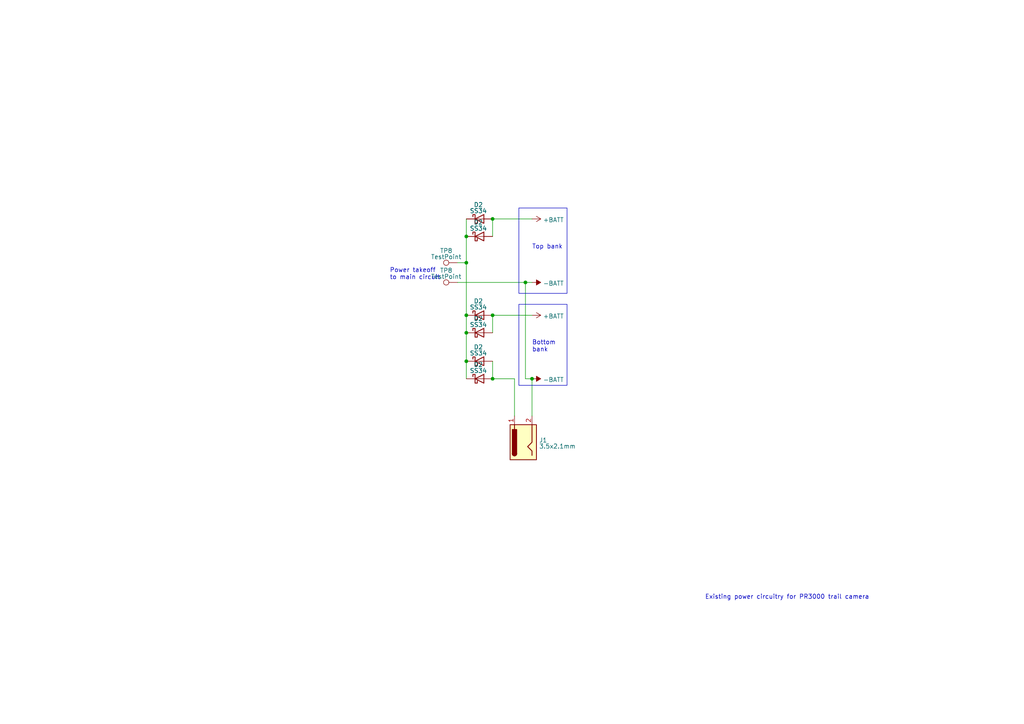
<source format=kicad_sch>
(kicad_sch (version 20220904) (generator eeschema)
  (paper "A4")
  (lib_symbols
    (symbol "Connector:Jack-DC" (pin_names (offset 1.016))
      (property "Reference" "J" (at 0 5.334 0))
      (property "Value" "Jack-DC" (at 0 -5.08 0))
      (symbol "Jack-DC_0_1"
        (rectangle (start -5.08 3.81) (end 5.08 -3.81) (stroke (width 0.254)) (fill (type background)))
        (arc (start -3.302 3.175) (mid -3.937 2.54) (end -3.302 1.905) (stroke (width 0.254)))
        (arc (start -3.302 3.175) (mid -3.937 2.54) (end -3.302 1.905) (stroke (width 0.254)) (fill (type outline)))
        (polyline (pts (xy 5.08 2.54) (xy 3.81 2.54)) (stroke (width 0.254)))
        (polyline (pts (xy -3.81 -2.54) (xy -2.54 -2.54) (xy -1.27 -1.27) (xy 0 -2.54) (xy 2.54 -2.54) (xy 5.08 -2.54)) (stroke (width 0.254)))
        (rectangle (start 3.683 3.175) (end -3.302 1.905) (stroke (width 0.254)) (fill (type outline)))
      )
      (symbol "Jack-DC_1_1"
        (pin passive line (at 7.62 2.54 180) (length 2.54) (name "~") (number "1"))
        (pin passive line (at 7.62 -2.54 180) (length 2.54) (name "~") (number "2"))
      )
    )
    (symbol "Connector:TestPoint" (pin_numbers hide) (pin_names (offset 0.762) hide)
      (property "Reference" "TP" (at 0 6.858 0))
      (property "Value" "TestPoint" (at 0 5.08 0))
      (symbol "TestPoint_0_1"
        (circle (center 0 3.302) (radius 0.762))
      )
      (symbol "TestPoint_1_1"
        (pin passive line (at 0 0 90) (length 2.54) (name "1") (number "1"))
      )
    )
    (symbol "Device:D_Schottky" (pin_numbers hide) (pin_names (offset 1.016) hide)
      (property "Reference" "D" (at 0 2.54 0))
      (property "Value" "D_Schottky" (at 0 -2.54 0))
      (symbol "D_Schottky_0_1"
        (polyline (pts (xy 1.27 0) (xy -1.27 0)))
        (polyline (pts (xy 1.27 1.27) (xy 1.27 -1.27) (xy -1.27 0) (xy 1.27 1.27)) (stroke (width 0.254)))
        (polyline (pts (xy -1.905 0.635) (xy -1.905 1.27) (xy -1.27 1.27) (xy -1.27 -1.27) (xy -0.635 -1.27) (xy -0.635 -0.635)) (stroke (width 0.254)))
      )
      (symbol "D_Schottky_1_1"
        (pin passive line (at -3.81 0 0) (length 2.54) (name "K") (number "1"))
        (pin passive line (at 3.81 0 180) (length 2.54) (name "A") (number "2"))
      )
    )
    (symbol "power:+BATT" (power) (pin_names (offset 0))
      (property "Value" "+BATT" (at 0 3.556 0))
      (symbol "+BATT_0_1"
        (polyline (pts (xy -0.762 1.27) (xy 0 2.54)))
        (polyline (pts (xy 0 0) (xy 0 2.54)))
        (polyline (pts (xy 0 2.54) (xy 0.762 1.27)))
      )
      (symbol "+BATT_1_1"
        (pin power_in line (at 0 0 90) (length 0) hide (name "+BATT") (number "1"))
      )
    )
    (symbol "power:-BATT" (power) (pin_names (offset 0))
      (property "Value" "-BATT" (at 0 3.556 0))
      (symbol "-BATT_0_1"
        (polyline (pts (xy 0 0) (xy 0 2.54)))
        (polyline (pts (xy 0.762 1.27) (xy -0.762 1.27) (xy 0 2.54) (xy 0.762 1.27)) (fill (type outline)))
      )
      (symbol "-BATT_1_1"
        (pin power_in line (at 0 0 90) (length 0) hide (name "-BATT") (number "1"))
      )
    )
  )
  (junction (at 135.255 96.52))
  (junction (at 135.255 104.775))
  (junction (at 154.305 109.855))
  (junction (at 135.255 76.2))
  (junction (at 152.4 81.915))
  (junction (at 142.875 91.44))
  (junction (at 135.255 68.58))
  (junction (at 135.255 91.44))
  (junction (at 142.875 63.5))
  (junction (at 142.875 109.855))
  (wire (pts (xy 132.715 81.915) (xy 152.4 81.915)))
  (wire (pts (xy 135.255 63.5) (xy 135.255 68.58)))
  (wire (pts (xy 135.255 68.58) (xy 135.255 76.2)))
  (wire (pts (xy 142.875 63.5) (xy 142.875 68.58)))
  (wire (pts (xy 135.255 104.775) (xy 135.255 109.855)))
  (wire (pts (xy 149.225 120.65) (xy 149.225 109.855)))
  (wire (pts (xy 135.255 91.44) (xy 135.255 96.52)))
  (wire (pts (xy 149.225 109.855) (xy 142.875 109.855)))
  (wire (pts (xy 154.305 81.915) (xy 152.4 81.915)))
  (wire (pts (xy 154.305 109.855) (xy 154.305 120.65)))
  (wire (pts (xy 142.875 91.44) (xy 142.875 96.52)))
  (wire (pts (xy 142.875 91.44) (xy 154.305 91.44)))
  (wire (pts (xy 135.255 76.2) (xy 135.255 91.44)))
  (wire (pts (xy 142.875 104.775) (xy 142.875 109.855)))
  (wire (pts (xy 132.715 76.2) (xy 135.255 76.2)))
  (wire (pts (xy 142.875 63.5) (xy 154.305 63.5)))
  (wire (pts (xy 152.4 81.915) (xy 152.4 109.855)))
  (wire (pts (xy 135.255 96.52) (xy 135.255 104.775)))
  (wire (pts (xy 152.4 109.855) (xy 154.305 109.855)))
  (rectangle (start 150.495 60.325) (end 164.465 85.09))
  (rectangle (start 150.495 88.265) (end 164.465 111.76))
  (text "Power takeoff\nto main circuit" (at 113.03 81.28 0) (effects (font (size 1.27 1.27)) (justify left bottom)))
  (text "Top bank" (at 154.305 72.39 0) (effects (font (size 1.27 1.27)) (justify left bottom)))
  (text "Bottom\nbank" (at 154.305 102.235 0) (effects (font (size 1.27 1.27)) (justify left bottom)))
  (text "Existing power circuitry for PR3000 trail camera" (at 204.47 173.99 0) (effects (font (size 1.27 1.27)) (justify left bottom)))
  (symbol (lib_id "power:-BATT") (at 154.305 81.915 270) (unit 1)
    (default_instance (reference "#PWR?") (unit 1) (value "-BATT") (footprint ""))
    (property "Reference" "#PWR?" (effects hide))
    (property "Value" "-BATT" (at 157.48 82.2016 90) (effects (justify left)))
  )
  (symbol (lib_id "Connector:Jack-DC") (at 151.765 128.27 90) (unit 1) (in_bom no) (on_board no)
    (default_instance (reference "J1") (unit 1) (value "3.5x2.1mm") (footprint ""))
    (property "Reference" "J1" (at 156.337 127.6755 90) (effects (justify right)))
    (property "Value" "3.5x2.1mm" (at 156.337 129.4377 90) (effects (justify right)))
  )
  (symbol (lib_id "power:-BATT") (at 154.305 109.855 270) (unit 1)
    (default_instance (reference "#PWR?") (unit 1) (value "-BATT") (footprint ""))
    (property "Reference" "#PWR?" (effects hide))
    (property "Value" "-BATT" (at 157.48 110.1416 90) (effects (justify left)))
  )
  (symbol (lib_id "Device:D_Schottky") (at 139.065 96.52 0) (unit 1) (in_bom no) (on_board no)
    (default_instance (reference "D2") (unit 1) (value "SS34") (footprint ""))
    (property "Reference" "D2" (at 138.7475 92.4179 0))
    (property "Value" "SS34" (at 138.7475 94.1801 0))
  )
  (symbol (lib_id "Connector:TestPoint") (at 132.715 76.2 90) (unit 1) (in_bom no) (on_board no)
    (default_instance (reference "TP8") (unit 1) (value "TestPoint") (footprint ""))
    (property "Reference" "TP8" (at 129.413 72.7329 90))
    (property "Value" "TestPoint" (at 129.413 74.4951 90))
  )
  (symbol (lib_id "Connector:TestPoint") (at 132.715 81.915 90) (unit 1) (in_bom no) (on_board no)
    (default_instance (reference "TP8") (unit 1) (value "TestPoint") (footprint ""))
    (property "Reference" "TP8" (at 129.413 78.4479 90))
    (property "Value" "TestPoint" (at 129.413 80.2101 90))
  )
  (symbol (lib_id "power:+BATT") (at 154.305 91.44 270) (unit 1)
    (default_instance (reference "#PWR?") (unit 1) (value "+BATT") (footprint ""))
    (property "Reference" "#PWR?" (effects hide))
    (property "Value" "+BATT" (at 157.48 91.7266 90) (effects (justify left)))
  )
  (symbol (lib_id "Device:D_Schottky") (at 139.065 104.775 0) (unit 1) (in_bom no) (on_board no)
    (default_instance (reference "D2") (unit 1) (value "SS34") (footprint ""))
    (property "Reference" "D2" (at 138.7475 100.6729 0))
    (property "Value" "SS34" (at 138.7475 102.4351 0))
  )
  (symbol (lib_id "Device:D_Schottky") (at 139.065 91.44 0) (unit 1) (in_bom no) (on_board no)
    (default_instance (reference "D2") (unit 1) (value "SS34") (footprint ""))
    (property "Reference" "D2" (at 138.7475 87.3379 0))
    (property "Value" "SS34" (at 138.7475 89.1001 0))
  )
  (symbol (lib_id "Device:D_Schottky") (at 139.065 68.58 0) (unit 1) (in_bom no) (on_board no)
    (default_instance (reference "D2") (unit 1) (value "SS34") (footprint ""))
    (property "Reference" "D2" (at 138.7475 64.4779 0))
    (property "Value" "SS34" (at 138.7475 66.2401 0))
  )
  (symbol (lib_id "power:+BATT") (at 154.305 63.5 270) (unit 1)
    (default_instance (reference "#PWR?") (unit 1) (value "+BATT") (footprint ""))
    (property "Reference" "#PWR?" (effects hide))
    (property "Value" "+BATT" (at 157.48 63.7866 90) (effects (justify left)))
  )
  (symbol (lib_id "Device:D_Schottky") (at 139.065 109.855 0) (unit 1) (in_bom no) (on_board no)
    (default_instance (reference "D2") (unit 1) (value "SS34") (footprint ""))
    (property "Reference" "D2" (at 138.7475 105.7529 0))
    (property "Value" "SS34" (at 138.7475 107.5151 0))
  )
  (symbol (lib_id "Device:D_Schottky") (at 139.065 63.5 0) (unit 1) (in_bom no) (on_board no)
    (default_instance (reference "D2") (unit 1) (value "SS34") (footprint ""))
    (property "Reference" "D2" (at 138.7475 59.3979 0))
    (property "Value" "SS34" (at 138.7475 61.1601 0))
  )
)
</source>
